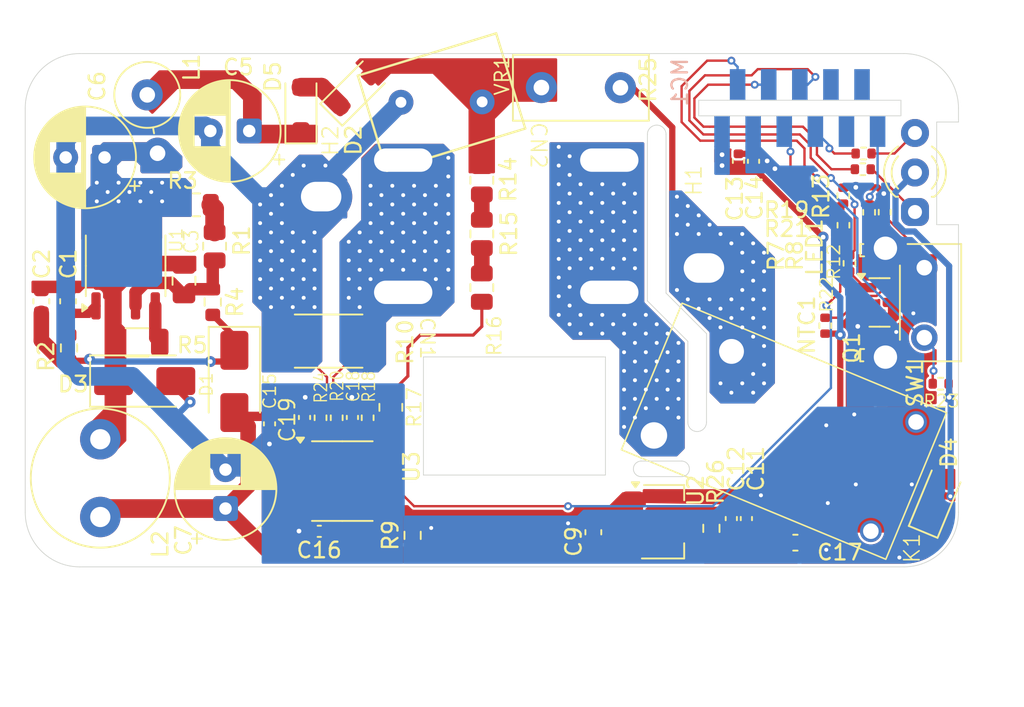
<source format=kicad_pcb>
(kicad_pcb (version 20241229) (generator "pcbnew") (generator_version "9.0")
  (title_block (date "2025-07-21"))
  (layers (0 "F.Cu" signal) (2 "B.Cu" signal) (13 "F.Paste" user) (15 "B.Paste" user) (5 "F.SilkS" user "F.Silkscreen") (7 "B.SilkS" user "B.Silkscreen") (1 "F.Mask" user) (3 "B.Mask" user) (25 "Edge.Cuts" user))
  (net 0 "")
  (net 1 "Net-(U1-FB)")
  (net 2 "Net-(D1-K)")
  (net 3 "Net-(U1-VDD)")
  (net 4 "NEUTRAL_SRC")
  (net 5 "+5V")
  (net 6 "+3V3")
  (net 7 "/current measurement/DIV_VOLTAGE")
  (net 8 "Net-(U3-V1N)")
  (net 9 "Net-(U3-V1P)")
  (net 10 "NEUTRAL_LOAD")
  (net 11 "LINE_OUT")
  (net 12 "FUSED_AC")
  (net 13 "Net-(D2-K)")
  (net 14 "LINE_IN")
  (net 15 "Net-(LED1-K2)")
  (net 16 "Net-(LED1-K1)")
  (net 17 "MEAS_SER")
  (net 18 "~{LED_RED}")
  (net 20 "POWER_EN")
  (net 22 "Net-(MC1-Pin_11)")
  (net 24 "~{LED_GREEN}")
  (net 25 "Net-(NTC1-Pad1)")
  (net 26 "Net-(Q1-B)")
  (net 27 "Net-(R1-Pad2)")
  (net 28 "Net-(U1-CS)")
  (net 29 "/current measurement/MEAS_SER_5V")
  (net 30 "Net-(R14-Pad1)")
  (net 31 "Net-(R15-Pad1)")
  (net 32 "Net-(R16-Pad1)")
  (net 35 "/power supplies/U1_GND")
  (net 36 "/power supplies/RECT_AC")
  (net 37 "Net-(D4-A)")
  (net 38 "/~{BUTTON}")
  (net 39 "/power supplies/HV_DC")
  (footprint "Capacitor_SMD:C_0402_1005Metric" (layer "F.Cu") (at 167.395 113.395 -90)
    (property "Reference" "C12")
    (property "Value" "10µF")
  )
  (footprint "Diode_SMD:D_SMA" (layer "F.Cu") (at 135.445 104.58 -90)
    (property "Reference" "D1")
    (property "Value" "M7")
  )
  (footprint "Package_SO:SO-8_3.9x4.9mm_P1.27mm" (layer "F.Cu") (at 142.385 110.985)
    (property "Reference" "U3")
    (property "Value" "CSE7759B")
  )
  (footprint "HF relays:LED_D3.0mm-3_Horiz" (layer "F.Cu") (at 179.205 93.685 90)
    (property "Reference" "LED1")
    (property "Value" "LED_Dual_RG")
  )
  (footprint "Capacitor_SMD:C_0402_1005Metric" (layer "F.Cu") (at 139.955 106.895 90)
    (property "Reference" "C19")
    (property "Value" "33nF")
  )
  (footprint "HF relays:NEMA5P_post" (layer "F.Cu") (at 165.635 97.285)
    (property "Reference" "H1")
    (property "Value" "Conn_01x01" (hide yes))
  )
  (footprint "Capacitor_SMD:C_0402_1005Metric" (layer "F.Cu") (at 140.905 114.215 180)
    (property "Reference" "C16")
    (property "Value" "33nF")
  )
  (footprint "Capacitor_THT:CP_Radial_D6.3mm_P2.50mm" (layer "F.Cu") (at 136.399759 88.475 180)
    (property "Reference" "C5")
    (property "Value" "3.3uF")
  )
  (footprint "Diode_SMD:D_SOD-123F" (layer "F.Cu") (at 143.24 85.87 45)
    (property "Reference" "D2")
    (property "Value" "A7")
  )
  (footprint "Varistor:RV_Disc_D9mm_W6.1mm_P5mm" (layer "F.Cu") (at 151.375 86.605 -163)
    (property "Reference" "VR1")
    (property "Value" "07D-418K")
  )
  (footprint "Capacitor_SMD:C_0603_1608Metric" (layer "F.Cu") (at 124.755 99.425 90)
    (property "Reference" "C1")
    (property "Value" "1µF")
  )
  (footprint "Diode_SMD:D_SOD-123F" (layer "F.Cu") (at 139.725 87.06 90)
    (property "Reference" "D5")
    (property "Value" "A7")
  )
  (footprint "Resistor_SMD:R_0603_1608Metric" (layer "F.Cu") (at 166.115 114.025 90)
    (property "Reference" "R26")
    (property "Value" "R")
  )
  (footprint "Resistor_SMD:R_0805_2012Metric" (layer "F.Cu") (at 133.015 93.225)
    (property "Reference" "R3")
    (property "Value" "1MΩ")
  )
  (footprint "Resistor_SMD:R_0402_1005Metric" (layer "F.Cu") (at 175.9 89.925)
    (property "Reference" "R19")
    (property "Value" "10kΩ")
  )
  (footprint "Capacitor_SMD:C_0402_1005Metric" (layer "F.Cu") (at 137.705 107.305 -90)
    (property "Reference" "C15")
    (property "Value" "1µF")
  )
  (footprint "Fuse:Fuse_Littelfuse_395Series" (layer "F.Cu") (at 160.265 85.695 180)
    (property "Reference" "R25")
    (property "Value" "JK250-080U")
  )
  (footprint "Capacitor_SMD:C_0402_1005Metric" (layer "F.Cu") (at 168.365 113.395 -90)
    (property "Reference" "C11")
    (property "Value" "10µF")
  )
  (footprint "HF relays:NEMA5R_blade" (layer "F.Cu") (at 146.3 94.6 -90)
    (property "Reference" "CN1")
    (property "Value" "Conn_01x01" (hide yes))
  )
  (footprint "Diode_SMD:D_SMA" (layer "F.Cu") (at 129.68 104.555)
    (property "Reference" "D3")
    (property "Value" "ES2J")
  )
  (footprint "Resistor_SMD:R_0805_2012Metric" (layer "F.Cu") (at 151.355 98.545 90)
    (property "Reference" "R16")
    (property "Value" "470kΩ")
  )
  (footprint "HF relays:NEMA5R_blade" (layer "F.Cu") (at 159.55 94.6 -90)
    (property "Reference" "CN2")
    (property "Value" "Conn_01x01" (hide yes))
  )
  (footprint "HF relays:HF_Relay_subminature_A_THT_18.4x10.2mm" (layer "F.Cu") (at 179.275 107.185 -112.5)
    (property "Reference" "K1")
    (property "Value" "HF32FV-16/5-HLTF(590)")
  )
  (footprint "HF relays:L_Axial_L9.5mm_D4.0mm_P3.81mm_Vertical" (layer "F.Cu") (at 129.845 86.155 -80)
    (property "Reference" "L1")
    (property "Value" "2.2mH")
  )
  (footprint "Resistor_SMD:R_0402_1005Metric" (layer "F.Cu") (at 177.255 93.695 -90)
    (property "Reference" "R8")
    (property "Value" "10kΩ")
  )
  (footprint "Resistor_SMD:R_0402_1005Metric" (layer "F.Cu") (at 174.995 96.985 -90)
    (property "Reference" "R22")
    (property "Value" "1K")
  )
  (footprint "Capacitor_SMD:C_0402_1005Metric" (layer "F.Cu") (at 168.825 90.425 -90)
    (property "Reference" "C14")
    (property "Value" "10µF")
  )
  (footprint "Package_TO_SOT_SMD:SOT-89-3" (layer "F.Cu") (at 163.005 113.6)
    (property "Reference" "U2")
    (property "Value" "STK17-3.3")
  )
  (footprint "Package_TO_SOT_SMD:SOT-23" (layer "F.Cu") (at 176.925 99.5)
    (property "Reference" "Q1")
    (property "Value" "MMBT3904")
  )
  (footprint "Resistor_SMD:R_0603_1608Metric" (layer "F.Cu") (at 124.815 102.425 -90)
    (property "Reference" "R2")
    (property "Value" "0Ω")
  )
  (footprint "Resistor_SMD:R_0603_1608Metric" (layer "F.Cu") (at 134.055 99.475 -90)
    (property "Reference" "R4")
    (property "Value" "R")
  )
  (footprint "Resistor_SMD:R_0402_1005Metric" (layer "F.Cu") (at 176.255 93.705 -90)
    (property "Reference" "R7")
    (property "Value" "100Ω")
  )
  (footprint "Resistor_SMD:R_0402_1005Metric" (layer "F.Cu") (at 144.015 106.915 -90)
    (property "Reference" "R18")
    (property "Value" "1kΩ")
  )
  (footprint "Package_SO:SO-8_3.9x4.9mm_P1.27mm" (layer "F.Cu") (at 128.455 97.145 90)
    (property "Reference" "U1")
    (property "Value" "OB2222M")
  )
  (footprint "Capacitor_SMD:C_0603_1608Metric" (layer "F.Cu") (at 171.515 114.945)
    (property "Reference" "C17")
    (property "Value" "10µF")
  )
  (footprint "Resistor_SMD:R_0402_1005Metric" (layer "F.Cu") (at 140.985 106.915 -90)
    (property "Reference" "R24")
    (property "Value" "1kΩ")
  )
  (footprint "Resistor_SMD:R_0402_1005Metric" (layer "F.Cu") (at 174.595 92.635 90)
    (property "Reference" "R13")
    (property "Value" "2kΩ")
  )
  (footprint "Resistor_SMD:R_0805_2012Metric" (layer "F.Cu") (at 145.505 106.245 90)
    (property "Reference" "R17")
    (property "Value" "470kΩ")
  )
  (footprint "Resistor_SMD:R_0805_2012Metric" (layer "F.Cu") (at 151.355 95.095 90)
    (property "Reference" "R15")
    (property "Value" "470kΩ")
  )
  (footprint "Resistor_SMD:R_1206_3216Metric" (layer "F.Cu") (at 129.185 102.065 180)
    (property "Reference" "R5")
    (property "Value" "500mΩ")
  )
  (footprint "Resistor_SMD:R_2512_6332Metric" (layer "F.Cu") (at 141.505 101.985)
    (property "Reference" "R10")
    (property "Value" "1mΩ")
  )
  (footprint "Capacitor_SMD:C_0603_1608Metric" (layer "F.Cu") (at 123.035 99.425 -90)
    (property "Reference" "C2")
    (property "Value" "C" (hide yes))
  )
  (footprint "Resistor_SMD:R_0603_1608Metric" (layer "F.Cu") (at 146.905 114.475 90)
    (property "Reference" "R9")
    (property "Value" "1K")
  )
  (footprint "Capacitor_THT:CP_Radial_D6.3mm_P2.50mm" (layer "F.Cu") (at 134.875 112.749759 90)
    (property "Reference" "C7")
    (property "Value" "470µF")
  )
  (footprint "Capacitor_THT:CP_Radial_D6.3mm_P2.50mm" (layer "F.Cu") (at 127.099759 90.175 180)
    (property "Reference" "C6")
    (property "Value" "3.3uF")
  )
  (footprint "Capacitor_SMD:C_0402_1005Metric" (layer "F.Cu") (at 167.855 90.425 -90)
    (property "Reference" "C13")
    (property "Value" "10µF")
  )
  (footprint "HF relays:SW_SPST_Omron_B3F-315x_Angled" (layer "F.Cu") (at 179.805 97.265 -90)
    (property "Reference" "SW1")
    (property "Value" "B3F-3120")
  )
  (footprint "Diode_SMD:D_SOD-123F" (layer "F.Cu") (at 180.575 112.21 67.5)
    (property "Reference" "D4")
    (property "Value" "BA159" (hide yes))
  )
  (footprint "Resistor_SMD:R_0402_1005Metric" (layer "F.Cu") (at 173.435 100.995 -90)
    (property "Reference" "NTC1")
    (property "Value" "10kΩ" (hide yes))
  )
  (footprint "Capacitor_SMD:C_0805_2012Metric" (layer "F.Cu") (at 132.205 98.105 90)
    (property "Reference" "C3")
    (property "Value" "4.7µF")
  )
  (footprint "Resistor_SMD:R_0805_2012Metric" (layer "F.Cu") (at 151.355 91.645 90)
    (property "Reference" "R14")
    (property "Value" "470kΩ")
  )
  (footprint "Resistor_SMD:R_0402_1005Metric" (layer "F.Cu") (at 174.605 94.535 90)
    (property "Reference" "R12")
    (property "Value" "1kΩ")
  )
  (footprint "Resistor_SMD:R_0402_1005Metric" (layer "F.Cu") (at 175.85 90.935)
    (property "Reference" "R21")
    (property "Value" "1kΩ")
  )
  (footprint "Capacitor_SMD:C_0603_1608Metric" (layer "F.Cu") (at 158.525 114.275 -90)
    (property "Reference" "C9")
    (property "Value" "10µF")
  )
  (footprint "Inductor_THT:L_Radial_D8.7mm_P5.00mm_Fastron_07HCP" (layer "F.Cu") (at 126.825 108.295 -90)
    (property "Reference" "L2")
    (property "Value" "470µH")
  )
  (footprint "Capacitor_SMD:C_0402_1005Metric" (layer "F.Cu") (at 143.035 106.895 90)
    (property "Reference" "C18")
    (property "Value" "33nF")
  )
  (footprint "Resistor_SMD:R_0805_2012Metric" (layer "F.Cu") (at 134.175 95.885 90)
    (property "Reference" "R1")
    (property "Value" "1MΩ")
  )
  (footprint "Resistor_SMD:R_0402_1005Metric" (layer "F.Cu") (at 142.025 106.915 -90)
    (property "Reference" "R20")
    (property "Value" "1kΩ")
  )
  (footprint "Resistor_SMD:R_0402_1005Metric" (layer "F.Cu") (at 180.855 104.725 180)
    (property "Reference" "R23")
    (property "Value" "1KΩ")
  )
  (footprint "HF relays:NEMA5P_post" (layer "F.Cu") (at 141.025 92.695)
    (property "Reference" "H2")
    (property "Value" "Conn_01x01" (hide yes))
  )
  (footprint "HF relays:BoardToBoardInterface_11xP1.00mm" (layer "B.Cu") (at 171.8 87 -90)
    (property "Reference" "MC1")
    (property "Value" "Conn_01x11" (hide yes))
    (fp_line (start -0.5 6.5) (end 0.5 6.5) (stroke (width 0.05)) (layer "Edge.Cuts"))
    (fp_line (start -0.5 6.5) (end -0.5 -6.5) (stroke (width 0.05)) (layer "Edge.Cuts"))
    (fp_line (start 0.5 6.5) (end 0.5 -6.5) (stroke (width 0.05)) (layer "Edge.Cuts"))
    (fp_line (start -0.5 -6.5) (end 0.5 -6.5) (stroke (width 0.05)) (layer "Edge.Cuts"))
  )
  (gr_arc (start 161.6 110.7) (mid 161.1 110.2) (end 161.6 109.7) (stroke (width 0.05)) (layer "Edge.Cuts"))
  (gr_arc (start 178.5 83.5) (mid 180.974874 84.525126) (end 182 87) (stroke (width 0.05)) (layer "Edge.Cuts"))
  (gr_line (start 163.2 88.7) (end 163.2 98.9) (stroke (width 0.05)) (layer "Edge.Cuts"))
  (gr_line (start 164.6 102) (end 164.6 107.2) (stroke (width 0.05)) (layer "Edge.Cuts"))
  (gr_line (start 159.3 110.6) (end 147.6 110.6) (stroke (width 0.05)) (layer "Edge.Cuts"))
  (gr_line (start 182 94.5) (end 182 113) (stroke (width 0.05)) (layer "Edge.Cuts"))
  (gr_line (start 180.6 87.9) (end 180.6 94.5) (stroke (width 0.05)) (layer "Edge.Cuts"))
  (gr_line (start 163.2 98.9) (end 165.8 101.5) (stroke (width 0.05)) (layer "Edge.Cuts"))
  (gr_arc (start 165.8 107.2) (mid 165.2 107.8) (end 164.6 107.2) (stroke (width 0.05)) (layer "Edge.Cuts"))
  (gr_line (start 159.3 103) (end 159.3 110.6) (stroke (width 0.05)) (layer "Edge.Cuts"))
  (gr_line (start 165.8 101.5) (end 165.8 107.2) (stroke (width 0.05)) (layer "Edge.Cuts"))
  (gr_line (start 161.6 109.7) (end 164.2 109.7) (stroke (width 0.05)) (layer "Edge.Cuts"))
  (gr_arc (start 182 113) (mid 180.974874 115.474874) (end 178.5 116.5) (stroke (width 0.05)) (layer "Edge.Cuts"))
  (gr_line (start 182 87) (end 182 87.9) (stroke (width 0.05)) (layer "Edge.Cuts"))
  (gr_line (start 180.6 94.5) (end 182 94.5) (stroke (width 0.05)) (layer "Edge.Cuts"))
  (gr_arc (start 164.2 109.7) (mid 164.7 110.2) (end 164.2 110.7) (stroke (width 0.05)) (layer "Edge.Cuts"))
  (gr_arc (start 125.5 116.5) (mid 123.025126 115.474874) (end 122 113) (stroke (width 0.05)) (layer "Edge.Cuts"))
  (gr_line (start 161.6 110.7) (end 164.2 110.7) (stroke (width 0.05)) (layer "Edge.Cuts"))
  (gr_line (start 162 99.4) (end 164.6 102) (stroke (width 0.05)) (layer "Edge.Cuts"))
  (gr_arc (start 122 87) (mid 123.025126 84.525126) (end 125.5 83.5) (stroke (width 0.05)) (layer "Edge.Cuts"))
  (gr_line (start 125.5 83.5) (end 178.5 83.5) (stroke (width 0.05)) (layer "Edge.Cuts"))
  (gr_line (start 162 88.7) (end 162 99.4) (stroke (width 0.05)) (layer "Edge.Cuts"))
  (gr_line (start 147.6 110.6) (end 147.6 103) (stroke (width 0.05)) (layer "Edge.Cuts"))
  (gr_arc (start 162 88.7) (mid 162.6 88.1) (end 163.2 88.7) (stroke (width 0.05)) (layer "Edge.Cuts"))
  (gr_line (start 147.6 103) (end 159.3 103) (stroke (width 0.05)) (layer "Edge.Cuts"))
  (gr_line (start 182 87.9) (end 180.6 87.9) (stroke (width 0.05)) (layer "Edge.Cuts"))
  (gr_line (start 178.5 116.5) (end 125.5 116.5) (stroke (width 0.05)) (layer "Edge.Cuts"))
  (gr_line (start 122 113) (end 122 87) (stroke (width 0.05)) (layer "Edge.Cuts"))
  (segment (start 126.07 100.2) (end 124.755 100.2) (width 0.6) (layer "F.Cu") (net 1))
  (segment (start 124.755 100.2) (end 124.755 101.54) (width 0.6) (layer "F.Cu") (net 1))
  (segment (start 124.755 101.54) (end 124.815 101.6) (width 0.6) (layer "F.Cu") (net 1))
  (segment (start 126.55 99.72) (end 126.07 100.2) (width 0.6) (layer "F.Cu") (net 1))
  (segment (start 134.725 103.3) (end 135.445 102.58) (width 0.4) (layer "F.Cu") (net 2))
  (segment (start 123.035 101.945) (end 124.34 103.25) (width 1) (layer "F.Cu") (net 2))
  (segment (start 135.445 101.69) (end 135.445 102.58) (width 0.4) (layer "F.Cu") (net 2))
  (segment (start 124.34 103.25) (end 124.815 103.25) (width 1) (layer "F.Cu") (net 2))
  (segment (start 126.029515 103.25) (end 126.129515 103.15) (width 0.4) (layer "F.Cu") (net 2))
  (segment (start 123.035 100.2) (end 123.035 101.945) (width 1) (layer "F.Cu") (net 2))
  (segment (start 133.9 103.3) (end 134.725 103.3) (width 0.4) (layer "F.Cu") (net 2))
  (segment (start 124.815 103.25) (end 126.029515 103.25) (width 0.4) (layer "F.Cu") (net 2))
  (segment (start 134.055 100.3) (end 135.445 101.69) (width 0.4) (layer "F.Cu") (net 2))
  (via (at 133.9 103.3) (size 0.7) (drill 0.3) (layers "F.Cu" "B.Cu") (net 2))
  (via (at 126.129515 103.15) (size 0.7) (drill 0.3) (layers "F.Cu" "B.Cu") (net 2))
  (segment (start 126.129515 103.170485) (end 126.129515 103.15) (width 0.4) (layer "B.Cu") (net 2))
  (segment (start 126.25903 103.3) (end 126.129515 103.170485) (width 0.4) (layer "B.Cu") (net 2))
  (segment (start 133.9 103.3) (end 126.25903 103.3) (width 0.4) (layer "B.Cu") (net 2))
  (segment (start 131.394 98.244) (end 132.205 99.055) (width 0.8) (layer "F.Cu") (net 3))
  (segment (start 129.09 98.845001) (end 129.691001 98.244) (width 0.8) (layer "F.Cu") (net 3))
  (segment (start 132.205 99.055) (end 132.61 98.65) (width 0.8) (layer "F.Cu") (net 3))
  (segment (start 134.055 96.9175) (end 134.175 96.7975) (width 0.8) (layer "F.Cu") (net 3))
  (segment (start 132.61 98.65) (end 134.055 98.65) (width 0.8) (layer "F.Cu") (net 3))
  (segment (start 129.691001 98.244) (end 131.394 98.244) (width 0.8) (layer "F.Cu") (net 3))
  (segment (start 129.09 99.72) (end 129.09 98.845001) (width 0.8) (layer "F.Cu") (net 3))
  (segment (start 134.055 98.65) (end 134.055 96.9175) (width 0.8) (layer "F.Cu") (net 3))
  (segment (start 169.7 90.4) (end 170.2 90.9) (width 0.4) (layer "F.Cu") (net 4))
  (segment (start 139.085 101.985) (end 138.5425 101.985) (width 0.1524) (layer "F.Cu") (net 4))
  (segment (start 177.2 93.13) (end 177.255 93.185) (width 0.4) (layer "F.Cu") (net 4))
  (segment (start 139.955 106.415) (end 140.975 106.415) (width 0.4) (layer "F.Cu") (net 4))
  (segment (start 140 105.6) (end 140 106.37) (width 0.4) (layer "F.Cu") (net 4))
  (segment (start 175.375 92.125) (end 175.4 92.1) (width 0.4) (layer "F.Cu") (net 4))
  (segment (start 141.4 105.99) (end 141.4 104.3) (width 0.1524) (layer "F.Cu") (net 4))
  (segment (start 177.2 92.5) (end 177.2 93.13) (width 0.4) (layer "F.Cu") (net 4))
  (segment (start 143.045 106.405) (end 143.035 106.415) (width 0.4) (layer "F.Cu") (net 4))
  (segment (start 140.975 106.415) (end 140.985 106.405) (width 0.4) (layer "F.Cu") (net 4))
  (segment (start 137.7 107.79) (end 137.705 107.785) (width 0.4) (layer "F.Cu") (net 4))
  (segment (start 168.825 89.945) (end 169.245 89.945) (width 0.4) (layer "F.Cu") (net 4))
  (segment (start 131.68 104.98) (end 132.6 105.9) (width 0.4) (layer "F.Cu") (net 4))
  (segment (start 131.68 104.555) (end 131.68 104.98) (width 0.4) (layer "F.Cu") (net 4))
  (segment (start 174.595 92.125) (end 175.375 92.125) (width 0.4) (layer "F.Cu") (net 4))
  (segment (start 176.8 92.1) (end 177.2 92.5) (width 0.4) (layer "F.Cu") (net 4))
  (segment (start 140.985 106.405) (end 141.4 105.99) (width 0.1524) (layer "F.Cu") (net 4))
  (segment (start 175.4 92.1) (end 176.8 92.1) (width 0.4) (layer "F.Cu") (net 4))
  (segment (start 143 105.6) (end 143 106.38) (width 0.4) (layer "F.Cu") (net 4))
  (segment (start 139.615 114.215) (end 139.6 114.2) (width 0.4) (layer "F.Cu") (net 4))
  (segment (start 140 106.37) (end 139.955 106.415) (width 0.4) (layer "F.Cu") (net 4))
  (segment (start 169.245 89.945) (end 169.7 90.4) (width 0.4) (layer "F.Cu") (net 4))
  (segment (start 144.015 106.405) (end 143.045 106.405) (width 0.4) (layer "F.Cu") (net 4))
  (segment (start 141.4 104.3) (end 139.085 101.985) (width 0.1524) (layer "F.Cu") (net 4))
  (segment (start 143 106.38) (end 143.035 106.415) (width 0.4) (layer "F.Cu") (net 4))
  (segment (start 167.855 89.945) (end 168.825 89.945) (width 0.4) (layer "F.Cu") (net 4))
  (via (at 175.4 111.2) (size 0.508) (drill 0.254) (layers "F.Cu" "B.Cu") (net 4))
  (via (at 178.2 115.9) (size 0.508) (drill 0.254) (layers "F.Cu" "B.Cu") (net 4))
  (via (at 137.8 96.2) (size 0.508) (drill 0.254) (layers "F.Cu" "B.Cu") (net 4))
  (via (at 173.5 107.4) (size 0.508) (drill 0.254) (layers "F.Cu" "B.Cu") (net 4))
  (via (at 139.6 114.2) (size 0.7) (drill 0.3) (layers "F.Cu" "B.Cu") (net 4))
  (via (at 137.8 95) (size 0.508) (drill 0.254) (layers "F.Cu" "B.Cu") (net 4))
  (via (at 137.8 97.4) (size 0.508) (drill 0.254) (layers "F.Cu" "B.Cu") (net 4))
  (via (at 138.5 98) (size 0.508) (drill 0.254) (layers "F.Cu" "B.Cu") (net 4))
  (via (at 139.2 98.6) (size 0.508) (drill 0.254) (layers "F.Cu" "B.Cu") (net 4))
  (via (at 139.2 96.2) (size 0.508) (drill 0.254) (layers "F.Cu" "B.Cu") (net 4))
  (via (at 170.2 90.9) (size 0.7) (drill 0.3) (layers "F.Cu" "B.Cu") (net 4))
  (via (at 137.1 93.2) (size 0.508) (drill 0.254) (layers "F.Cu" "B.Cu") (net 4))
  (via (at 177.2 92.5) (size 0.7) (drill 0.3) (layers "F.Cu" "B.Cu") (net 4))
  (via (at 140.6 98.6) (size 0.508) (drill 0.254) (layers "F.Cu" "B.Cu") (net 4))
  (via (at 173.5 115.4) (size 0.508) (drill 0.254) (layers "F.Cu" "B.Cu") (net 4))
  (via (at 132.6 105.9) (size 0.7) (drill 0.3) (layers "F.Cu" "B.Cu") (net 4))
  (via (at 141.3 90.7) (size 0.508) (drill 0.254) (layers "F.Cu" "B.Cu") (net 4))
  (via (at 143 105.6) (size 0.7) (drill 0.3) (layers "F.Cu" "B.Cu") (net 4))
  (via (at 137.8 99.8) (size 0.508) (drill 0.254) (layers "F.Cu" "B.Cu") (net 4))
  (via (at 139.9 90.7) (size 0.508) (drill 0.254) (layers "F.Cu" "B.Cu") (net 4))
  (via (at 140.6 96.2) (size 0.508) (drill 0.254) (layers "F.Cu" "B.Cu") (net 4))
  (via (at 140.6 95) (size 0.508) (drill 0.254) (layers "F.Cu" "B.Cu") (net 4))
  (via (at 178 101.4) (size 0.508) (drill 0.254) (layers "F.Cu" "B.Cu") (net 4))
  (via (at 137.1 98) (size 0.508) (drill 0.254) (layers "F.Cu" "B.Cu") (net 4))
  (via (at 175.3 106.7) (size 0.508) (drill 0.254) (layers "F.Cu" "B.Cu") (net 4))
  (via (at 137.1 95.6) (size 0.508) (drill 0.254) (layers "F.Cu" "B.Cu") (net 4))
  (via (at 148.1 114) (size 0.508) (drill 0.254) (layers "F.Cu" "B.Cu") (net 4))
  (via (at 139.2 95) (size 0.508) (drill 0.254) (layers "F.Cu" "B.Cu") (net 4))
  (via (at 139.2 97.4) (size 0.508) (drill 0.254) (layers "F.Cu" "B.Cu") (net 4))
  (via (at 140.6 99.8) (size 0.508) (drill 0.254) (layers "F.Cu" "B.Cu") (net 4))
  (via (at 138.5 94.4) (size 0.508) (drill 0.254) (layers "F.Cu" "B.Cu") (net 4))
  (via (at 137.1 99.2) (size 0.508) (drill 0.254) (layers "F.Cu" "B.Cu") (net 4))
  (via (at 175.4 92.1) (size 0.7) (drill 0.3) (layers "F.Cu" "B.Cu") (net 4))
  (via (at 173.6 112.4) (size 0.508) (drill 0.254) (layers "F.Cu" "B.Cu") (net 4))
  (via (at 138.5 96.8) (size 0.508) (drill 0.254) (layers "F.Cu" "B.Cu") (net 4))
  (via (at 156.9 113.7) (size 0.508) (drill 0.254) (layers "F.Cu" "B.Cu") (net 4))
  (via (at 139.9 96.8) (size 0.508) (drill 0.254) (layers "F.Cu" "B.Cu") (net 4))
  (via (at 169.7 90.4) (size 0.7) (drill 0.3) (layers "F.Cu" "B.Cu") (net 4))
  (via (at 137.7 108.6) (size 0.7) (drill 0.3) (layers "F.Cu" "B.Cu") (net 4))
  (via (at 139.9 99.2) (size 0.508) (drill 0.254) (layers "F.Cu" "B.Cu") (net 4))
  (via (at 140.6 97.4) (size 0.508) (drill 0.254) (layers "F.Cu" "B.Cu") (net 4))
  (via (at 139.2 99.8) (size 0.508) (drill 0.254) (layers "F.Cu" "B.Cu") (net 4))
  (via (at 138.5 92) (size 0.508) (drill 0.254) (layers "F.Cu" "B.Cu") (net 4))
  (via (at 137.1 94.4) (size 0.508) (drill 0.254) (layers "F.Cu" "B.Cu") (net 4))
  (via (at 139.2 91.3) (size 0.508) (drill 0.254) (layers "F.Cu" "B.Cu") (net 4))
  (via (at 138.5 95.6) (size 0.508) (drill 0.254) (layers "F.Cu" "B.Cu") (net 4))
  (via (at 137.8 93.8) (size 0.508) (drill 0.254) (layers "F.Cu" "B.Cu") (net 4))
  (via (at 179.1 100.2) (size 0.508) (drill 0.254) (layers "F.Cu" "B.Cu") (net 4))
  (via (at 138.5 99.2) (size 0.508) (drill 0.254) (layers "F.Cu" "B.Cu") (net 4))
  (via (at 169.3 111.9) (size 0.508) (drill 0.254) (layers "F.Cu" "B.Cu") (net 4))
  (via (at 175.525757 101.038372) (size 0.7) (drill 0.3) (layers "F.Cu" "B.Cu") (net 4))
  (via (at 137.8 98.6) (size 0.508) (drill 0.254) (layers "F.Cu" "B.Cu") (net 4))
  (via (at 179 111.2) (size 0.508) (drill 0.254) (layers "F.Cu" "B.Cu") (net 4))
  (via (at 139.9 98) (size 0.508) (drill 0.254) (layers "F.Cu" "B.Cu") (net 4))
  (via (at 140 105.6) (size 0.7) (drill 0.3) (layers "F.Cu" "B.Cu") (net 4))
  (via (at 137.8 92.6) (size 0.508) (drill 0.254) (layers "F.Cu" "B.Cu") (net 4))
  (via (at 137.1 96.8) (size 0.508) (drill 0.254) (layers "F.Cu" "B.Cu") (net 4))
  (via (at 138.5 93.2) (size 0.508) (drill 0.254) (layers "F.Cu" "B.Cu") (net 4))
  (via (at 139.9 95.6) (size 0.508) (drill 0.254) (layers "F.Cu" "B.Cu") (net 4))
  (segment (start 131.61262 106.98738) (end 134.875 110.249759) (width 1.2) (layer "B.Cu") (net 4))
  (segment (start 136.988389 92.695) (end 141.025 92.695) (width 1.2) (layer "B.Cu") (net 4))
  (segment (start 125.5108 104.2524) (end 128.877641 104.2524) (width 1.2) (layer "B.Cu") (net 4))
  (segment (start 141.025 92.695) (end 141.025 91.76232) (width 1.2) (layer "B.Cu") (net 4))
  (segment (start 133.899759 89.60637) (end 136.988389 92.695) (width 1.2) (layer "B.Cu") (net 4))
  (segment (start 124.599759 89.04363) (end 125.489671 88.153718) (width 1.2) (layer "B.Cu") (net 4))
  (segment (start 132.6 105.9) (end 131.61262 106.88738) (width 0.4) (layer "B.Cu") (net 4))
  (segment (start 124.599759 90.175) (end 124.599759 103.341359) (width 1.2) (layer "B.Cu") (net 4))
  (segment (start 124.599759 103.341359) (end 125.5108 104.2524) (width 1.2) (layer "B.Cu") (net 4))
  (segment (start 128.877641 104.2524) (end 131.61262 106.98738) (width 1.2) (layer "B.Cu") (net 4))
  (segment (start 125.489671 88.153718) (end 133.578477 88.153718) (width 1.2) (layer "B.Cu") (net 4))
  (segment (start 133.899759 88.475) (end 133.899759 89.60637) (width 1.2) (layer "B.Cu") (net 4))
  (segment (start 141.025 91.76232) (end 146.154919 86.632401) (width 1.2) (layer "B.Cu") (net 4))
  (segment (start 124.599759 90.175) (end 124.599759 89.04363) (width 1.2) (layer "B.Cu") (net 4))
  (segment (start 131.61262 106.88738) (end 131.61262 106.98738) (width 0.4) (layer "B.Cu") (net 4))
  (segment (start 133.578477 88.153718) (end 133.899759 88.475) (width 1.2) (layer "B.Cu") (net 4))
  (segment (start 170.645 114.85) (end 170.74 114.945) (width 0.4) (layer "F.Cu") (net 5))
  (segment (start 136.3284 111.296359) (end 136.3284 107.4634) (width 1) (layer "F.Cu") (net 5))
  (segment (start 139.81 108.736924) (end 137.898076 106.825) (width 0.6) (layer "F.Cu") (net 5))
  (segment (start 146.905 115.3) (end 146.4742 115.7308) (width 1) (layer "F.Cu") (net 5))
  (segment (start 166.115 114.85) (end 165.8401 115.1249) (width 1) (layer "F.Cu") (net 5))
  (segment (start 137.856041 115.7308) (end 134.875 112.749759) (width 1) (layer "F.Cu") (net 5))
  (segment (start 139.81 109.08) (end 139.81 108.736924) (width 0.6) (layer "F.Cu") (net 5))
  (segment (start 158.525 115.05) (end 158.275 115.3) (width 1) (layer "F.Cu") (net 5))
  (segment (start 158.275 115.3) (end 146.905 115.3) (width 1) (layer "F.Cu") (net 5))
  (segment (start 134.875 112.749759) (end 136.3284 111.296359) (width 1) (layer "F.Cu") (net 5))
  (segment (start 161.055 115.1) (end 158.575 115.1) (width 1) (layer "F.Cu") (net 5))
  (segment (start 137.898076 106.825) (end 137.705 106.825) (width 0.6) (layer "F.Cu") (net 5))
  (segment (start 146.4742 115.7308) (end 137.856041 115.7308) (width 1) (layer "F.Cu") (net 5))
  (segment (start 136.3284 107.4634) (end 135.445 106.58) (width 1) (layer "F.Cu") (net 5))
  (segment (start 135.69 106.825) (end 135.445 106.58) (width 0.6) (layer "F.Cu") (net 5))
  (segment (start 137.705 106.825) (end 135.69 106.825) (width 0.6) (layer "F.Cu") (net 5))
  (segment (start 127.370241 112.749759) (end 126.825 113.295) (width 1.2) (layer "F.Cu") (net 5))
  (segment (start 134.875 112.749759) (end 127.370241 112.749759) (width 1.2) (layer "F.Cu") (net 5))
  (segment (start 165.8401 115.1249) (end 161.055 115.1249) (width 1) (layer "F.Cu") (net 5))
  (segment (start 158.575 115.1) (end 158.525 115.05) (width 1) (layer "F.Cu") (net 5))
  (segment (start 181.511024 105.711024) (end 181.4 105.6) (width 0.4) (layer "F.Cu") (net 6))
  (segment (start 174.326398 101.505) (end 174.399999 101.578601) (width 0.4) (layer "F.Cu") (net 6))
  (segment (start 173.435 101.505) (end 174.326398 101.505) (width 0.4) (layer "F.Cu") (net 6))
  (segment (start 181.4 105.6) (end 181.4 104.76) (width 0.4) (layer "F.Cu") (net 6))
  (segment (start 168.825 90.905) (end 168.905 90.905) (width 0.4) (layer "F.Cu") (net 6))
  (segment (start 181.479206 111.96453) (end 181.443736 112) (width 0.4) (layer "F.Cu") (net 6))
  (segment (start 181.4 104.76) (end 181.365 104.725) (width 0.4) (layer "F.Cu") (net 6))
  (segment (start 168.905 90.905) (end 173.3 95.3) (width 0.4) (layer "F.Cu") (net 6))
  (segment (start 181.479206 111.96453) (end 174.46453 111.96453) (width 0.4) (layer "F.Cu") (net 6))
  (segment (start 174.46453 111.96453) (end 174.4 111.9) (width 0.4) (layer "F.Cu") (net 6))
  (segment (start 174.4 111.9) (end 174.399999 101.578601) (width 0.4) (layer "F.Cu") (net 6))
  (via (at 166.8 90.7) (size 0.7) (drill 0.3) (layers "F.Cu" "B.Cu") (net 6))
  (via (at 174.399999 101.578601) (size 0.7) (drill 0.3) (layers "F.Cu" "B.Cu") (net 6))
  (via (at 173.3 95.3) (size 0.7) (drill 0.3) (layers "F.Cu" "B.Cu") (net 6))
  (via (at 181.479206 111.96453) (size 0.508) (drill 0.254) (layers "F.Cu" "B.Cu") (net 6))
  (via (at 166.8 90) (size 0.7) (drill 0.3) (layers "F.Cu" "B.Cu") (net 6))
  (via (at 181.4 105.6) (size 0.7) (drill 0.3) (layers "F.Cu" "B.Cu") (net 6))
  (segment (start 178.502766 94.9384) (end 177.9516 94.387234) (width 0.4) (layer "B.Cu") (net 6))
  (segment (start 181.4 97.158135) (end 179.180265 94.9384) (width 0.4) (layer "B.Cu") (net 6))
  (segment (start 181.4 105.6) (end 181.5 105.7) (width 0.4) (layer "B.Cu") (net 6))
  (segment (start 174.4 99.2) (end 173.3 98.1) (width 0.4) (layer "B.Cu") (net 6))
  (segment (start 181.5 105.7) (end 181.5 111.943736) (width 0.4) (layer "B.Cu") (net 6))
  (segment (start 174.399999 99.200001) (end 174.4 99.2) (width 0.4) (layer "B.Cu") (net 6))
  (segment (start 173.3 98.1) (end 173.3 95.3) (width 0.4) (layer "B.Cu") (net 6))
  (segment (start 177.9516 94.387234) (end 177.9516 92.3984) (width 0.4) (layer "B.Cu") (net 6))
  (segment (start 181.4 105.6) (end 181.4 97.158135) (width 0.4) (layer "B.Cu") (net 6))
  (segment (start 177.9516 92.3984) (end 179.205 91.145) (width 0.4) (layer "B.Cu") (net 6))
  (segment (start 174.399999 101.578601) (end 174.399999 99.200001) (width 0.4) (layer "B.Cu") (net 6))
  (segment (start 181.5 111.943736) (end 181.479206 111.96453) (width 0.4) (layer "B.Cu") (net 6))
  (segment (start 179.180265 94.9384) (end 178.502766 94.9384) (width 0.4) (layer "B.Cu") (net 6))
  (segment (start 144.015 107.425) (end 143.7 107.74) (width 0.1524) (layer "F.Cu") (net 7))
  (segment (start 141.385 114.215) (end 140.06 112.89) (width 0.1524) (layer "F.Cu") (net 7))
  (segment (start 144.015 107.425) (end 145.2375 107.425) (width 0.1524) (layer "F.Cu") (net 7))
  (segment (start 140.06 112.89) (end 139.81 112.89) (width 0.1524) (layer "F.Cu") (net 7))
  (segment (start 142.285 114.215) (end 141.385 114.215) (width 0.1524) (layer "F.Cu") (net 7))
  (segment (start 143.7 112.8) (end 142.285 114.215) (width 0.1524) (layer "F.Cu") (net 7))
  (segment (start 143.7 107.74) (end 143.7 112.8) (width 0.1524) (layer "F.Cu") (net 7))
  (segment (start 145.2375 107.425) (end 145.505 107.1575) (width 0.1524) (layer "F.Cu") (net 7))
  (segment (start 140.684999 111.62) (end 139.81 111.62) (width 0.1524) (layer "F.Cu") (net 8))
  (segment (start 141.7 110.604999) (end 140.684999 111.62) (width 0.1524) (layer "F.Cu") (net 8))
  (segment (start 142.025 107.425) (end 142.985 107.425) (width 0.1524) (layer "F.Cu") (net 8))
  (segment (start 141.7 107.75) (end 141.7 110.604999) (width 0.1524) (layer "F.Cu") (net 8))
  (segment (start 142.025 107.425) (end 141.7 107.75) (width 0.1524) (layer "F.Cu") (net 8))
  (segment (start 142.985 107.425) (end 143.035 107.375) (width 0.1524) (layer "F.Cu") (net 8))
  (segment (start 141.018949 110.649999) (end 140.949999 110.649999) (width 0.1524) (layer "F.Cu") (net 9))
  (segment (start 141.3 107.74) (end 141.3 110.368948) (width 0.1524) (layer "F.Cu") (net 9))
  (segment (start 139.955 107.375) (end 140.935 107.375) (width 0.1524) (layer "F.Cu") (net 9))
  (segment (start 140.985 107.425) (end 141.3 107.74) (width 0.1524) (layer "F.Cu") (net 9))
  (segment (start 140.949999 110.649999) (end 140.65 110.35) (width 0.1524) (layer "F.Cu") (net 9))
  (segment (start 140.65 110.35) (end 139.81 110.35) (width 0.1524) (layer "F.Cu") (net 9))
  (segment (start 141.3 110.368948) (end 141.018949 110.649999) (width 0.1524) (layer "F.Cu") (net 9))
  (segment (start 140.935 107.375) (end 140.985 107.425) (width 0.1524) (layer "F.Cu") (net 9))
  (segment (start 141.8 106.18) (end 141.8 104.3) (width 0.1524) (layer "F.Cu") (net 10))
  (segment (start 142.025 106.405) (end 141.8 106.18) (width 0.1524) (layer "F.Cu") (net 10))
  (segment (start 144.115 101.985) (end 144.4675 101.985) (width 0.1524) (layer "F.Cu") (net 10))
  (segment (start 141.8 104.3) (end 144.115 101.985) (width 0.1524) (layer "F.Cu") (net 10))
  (via (at 148.4 94.4) (size 0.508) (drill 0.254) (layers "F.Cu" "B.Cu") (net 10))
  (via (at 146.3 93.8) (size 0.508) (drill 0.254) (layers "F.Cu" "B.Cu") (net 10))
  (via (at 147 95.6) (size 0.508) (drill 0.254) (layers "F.Cu" "B.Cu") (net 10))
  (via (at 149.2 93.8) (size 0.508) (drill 0.254) (layers "F.Cu" "B.Cu") (net 10))
  (via (at 144.2 98) (size 0.508) (drill 0.254) (layers "F.Cu" "B.Cu") (net 10))
  (via (at 147.7 96.2) (size 0.508) (drill 0.254) (layers "F.Cu" "B.Cu") (net 10))
  (via (at 142.8 96.8) (size 0.508) (drill 0.254) (layers "F.Cu" "B.Cu") (net 10))
  (via (at 143.5 98.6) (size 0.508) (drill 0.254) (layers "F.Cu" "B.Cu") (net 10))
  (via (at 145.6 92) (size 0.508) (drill 0.254) (layers "F.Cu" "B.Cu") (net 10))
  (via (at 142.8 98) (size 0.508) (drill 0.254) (layers "F.Cu" "B.Cu") (net 10))
  (via (at 149.2 97.4) (size 0.508) (drill 0.254) (layers "F.Cu" "B.Cu") (net 10))
  (via (at 149.2 98.6) (size 0.508) (drill 0.254) (layers "F.Cu" "B.Cu") (net 10))
  (via (at 145.6 95.6) (size 0.508) (drill 0.254) (layers "F.Cu" "B.Cu") (net 10))
  (via (at 147.7 95) (size 0.508) (drill 0.254) (layers "F.Cu" "B.Cu") (net 10))
  (via (at 144.2 96.8) (size 0.508) (drill 0.254) (layers "F.Cu" "B.Cu") (net 10))
  (via (at 147.7 93.8) (size 0.508) (drill 0.254) (layers "F.Cu" "B.Cu") (net 10))
  (via (at 144.2 92) (size 0.508) (drill 0.254) (layers "F.Cu" "B.Cu") (net 10))
  (via (at 142.8 95.6) (size 0.508) (drill 0.254) (layers "F.Cu" "B.Cu") (net 10))
  (via (at 144.9 93.8) (size 0.508) (drill 0.254) (layers "F.Cu" "B.Cu") (net 10))
  (via (at 149.2 96.2) (size 0.508) (drill 0.254) (layers "F.Cu" "B.Cu") (net 10))
  (via (at 143.5 96.2) (size 0.508) (drill 0.254) (layers "F.Cu" "B.Cu") (net 10))
  (via (at 144.9 92.6) (size 0.508) (drill 0.254) (layers "F.Cu" "B.Cu") (net 10))
  (via (at 146.3 97.4) (size 0.508) (drill 0.254) (layers "F.Cu" "B.Cu") (net 10))
  (via (at 145.6 93.2) (size 0.508) (drill 0.254) (layers "F.Cu" "B.Cu") (net 10))
  (via (at 149.2 90.2) (size 0.508) (drill 0.254) (layers "F.Cu" "B.Cu") (net 10))
  (via (at 146.3 92.6) (size 0.508) (drill 0.254) (layers "F.Cu" "B.Cu") (net 10))
  (via (at 144.2 95.6) (size 0.508) (drill 0.254) (layers "F.Cu" "B.Cu") (net 10))
  (via (at 147.7 92.6) (size 0.508) (drill 0.254) (layers "F.Cu" "B.Cu") (net 10))
  (via (at 147 93.2) (size 0.508) (drill 0.254) (layers "F.Cu" "B.Cu") (net 10))
  (via (at 147 92) (size 0.508) (drill 0.254) (layers "F.Cu" "B.Cu") (net 10))
  (via (at 147 96.8) (size 0.508) (drill 0.254) (layers "F.Cu" "B.Cu") (net 10))
  (via (at 144.2 94.4) (size 0.508) (drill 0.254) (layers "F.Cu" "B.Cu") (net 10))
  (via (at 144.9 97.4) (size 0.508) (drill 0.254) (layers "F.Cu" "B.Cu") (net 10))
  (via (at 144.9 95) (size 0.508) (drill 0.254) (layers "F.Cu" "B.Cu") (net 10))
  (via (at 146.3 95) (size 0.508) (drill 0.254) (layers "F.Cu" "B.Cu") (net 10))
  (via (at 144.9 96.2) (size 0.508) (drill 0.254) (layers "F.Cu" "B.Cu") (net 10))
  (via (at 149.2 95) (size 0.508) (drill 0.254) (layers "F.Cu" "B.Cu") (net 10))
  (via (at 147 94.4) (size 0.508) (drill 0.254) (layers "F.Cu" "B.Cu") (net 10))
  (via (at 149.2 91.4) (size 0.508) (drill 0.254) (layers "F.Cu" "B.Cu") (net 10))
  (via (at 149.2 92.6) (size 0.508) (drill 0.254) (layers "F.Cu" "B.Cu") (net 10))
  (via (at 143.5 99.8) (size 0.508) (drill 0.254) (layers "F.Cu" "B.Cu") (net 10))
  (via (at 148.4 98) (size 0.508) (drill 0.254) (layers "F.Cu" "B.Cu") (net 10))
  (via (at 148.4 96.8) (size 0.508) (drill 0.254) (layers "F.Cu" "B.Cu") (net 10))
  (via (at 148.4 93.2) (size 0.508) (drill 0.254) (layers "F.Cu" "B.Cu") (net 10))
  (via (at 142.8 99.2) (size 0.508) (drill 0.254) (layers "F.Cu" "B.Cu") (net 10))
  (via (at 148.4 95.6) (size 0.508) (drill 0.254) (layers "F.Cu" "B.Cu") (net 10))
  (via (at 143.5 95) (size 0.508) (drill 0.254) (layers "F.Cu" "B.Cu") (net 10))
  (via (at 146.3 96.2) (size 0.508) (drill 0.254) (layers "F.Cu" "B.Cu") (net 10))
  (via (at 148.4 92) (size 0.508) (drill 0.254) (layers "F.Cu" "B.Cu") (net 10))
  (via (at 144.2 93.2) (size 0.508) (drill 0.254) (layers "F.Cu" "B.Cu") (net 10))
  (via (at 145.6 96.8) (size 0.508) (drill 0.254) (layers "F.Cu" "B.Cu") (net 10))
  (via (at 147.7 97.4) (size 0.508) (drill 0.254) (layers "F.Cu" "B.Cu") (net 10))
  (via (at 143.5 97.4) (size 0.508) (drill 0.254) (layers "F.Cu" "B.Cu") (net 10))
  (via (at 145.6 94.4) (size 0.508) (drill 0.254) (layers "F.Cu" "B.Cu") (net 10))
  (via (at 157.7 93.1) (size 0.508) (drill 0.254) (layers "F.Cu" "B.Cu") (net 11))
  (via (at 160.5 93.1) (size 0.508) (drill 0.254) (layers "F.Cu" "B.Cu") (net 11))
  (via (at 164 105.7) (size 0.508) (drill 0.254) (layers "F.Cu" "B.Cu") (net 11))
  (via (at 157 93.7) (size 0.508) (drill 0.254) (layers "F.Cu" "B.Cu") (net 11))
  (via (at 161.2 104.5) (size 0.508) (drill 0.254) (layers "F.Cu" "B.Cu") (net 11))
  (via (at 162.6 103.3) (size 0.508) (drill 0.254) (layers "F.Cu" "B.Cu") (net 11))
  (via (at 157 91.3) (size 0.508) (drill 0.254) (layers "F.Cu" "B.Cu") (net 11))
  (via (at 157 100.9) (size 0.508) (drill 0.254) (layers "F.Cu" "B.Cu") (net 11))
  (via (at 159.8 94.9) (size 0.508) (drill 0.254) (layers "F.Cu" "B.Cu") (net 11))
  (via (at 162.6 102.1) (size 0.508) (drill 0.254) (layers "F.Cu" "B.Cu") (net 11))
  (via (at 160.5 105.1) (size 0.508) (drill 0.254) (layers "F.Cu" "B.Cu") (net 11))
  (via (at 159.8 97.3) (size 0.508) (drill 0.254) (layers "F.Cu" "B.Cu") (net 11))
  (via (at 156.3 95.5) (size 0.508) (drill 0.254) (layers "F.Cu" "B.Cu") (net 11))
  (via (at 157.7 91.9) (size 0.508) (drill 0.254) (layers "F.Cu" "B.Cu") (net 11))
  (via (at 160.5 106.3) (size 0.508) (drill 0.254) (layers "F.Cu" "B.Cu") (net 11))
  (via (at 156.3 97.9) (size 0.508) (drill 0.254) (layers "F.Cu" "B.Cu") (net 11))
  (via (at 156.3 93.1) (size 0.508) (drill 0.254) (layers "F.Cu" "B.Cu") (net 11))
  (via (at 158.4 93.7) (size 0.508) (drill 0.254) (layers "F.Cu" "B.Cu") (net 11))
  (via (at 160.5 107.5) (size 0.508) (drill 0.254) (layers "F.Cu" "B.Cu") (net 11))
  (via (at 160.5 91.9) (size 0.508) (drill 0.254) (layers "F.Cu" "B.Cu") (net 11))
  (via (at 161.2 96.1) (size 0.508) (drill 0.254) (layers "F.Cu" "B.Cu") (net 11))
  (via (at 157.7 94.3) (size 0.508) (drill 0.254) (layers "F.Cu" "B.Cu") (net 11))
  (via (at 157.7 100.3) (size 0.508) (drill 0.254) (layers "F.Cu" "B.Cu") (net 11))
  (via (at 159.8 93.7) (size 0.508) (drill 0.254) (layers "F.Cu" "B.Cu") (net 11))
  (via (at 163.3 102.7) (size 0.508) (drill 0.254) (layers "F.Cu" "B.Cu") (net 11))
  (via (at 161.2 103.3) (size 0.508) (drill 0.254) (layers "F.Cu" "B.Cu") (net 11))
  (via (at 161.2 94.9) (size 0.508) (drill 0.254) (layers "F.Cu" "B.Cu") (net 11))
  (via (at 159.8 100.9) (size 0.508) (drill 0.254) (layers "F.Cu" "B.Cu") (net 11))
  (via (at 157 94.9) (size 0.508) (drill 0.254) (layers "F.Cu" "B.Cu") (net 11))
  (via (at 157 92.5) (size 0.508) (drill 0.254) (layers "F.Cu" "B.Cu") (net 11))
  (via (at 163.3 103.9) (size 0.508) (drill 0.254) (layers "F.Cu" "B.Cu") (net 11))
  (via (at 161.2 93.7) (size 0.508) (drill 0.254) (layers "F.Cu" "B.Cu") (net 11))
  (via (at 157 96.1) (size 0.508) (drill 0.254) (layers "F.Cu" "B.Cu") (net 11))
  (via (at 161.2 92.5) (size 0.508) (drill 0.254) (layers "F.Cu" "B.Cu") (net 11))
  (via (at 161.2 97.3) (size 0.508) (drill 0.254) (layers "F.Cu" "B.Cu") (net 11))
  (via (at 156.3 89.5) (size 0.508) (drill 0.254) (layers "F.Cu" "B.Cu") (net 11))
  (via (at 161.9 100.3) (size 0.508) (drill 0.254) (layers "F.Cu" "B.Cu") (net 11))
  (via (at 161.9 101.5) (size 0.508) (drill 0.254) (layers "F.Cu" "B.Cu") (net 11))
  (via (at 164 102.1) (size 0.508) (drill 0.254) (layers "F.Cu" "B.Cu") (net 11))
  (via (at 161.9 105.1) (size 0.508) (drill 0.254) (layers "F.Cu" "B.Cu") (net 11))
  (via (at 162.6 104.5) (size 0.508) (drill 0.254) (layers "F.Cu" "B.Cu") (net 11))
  (via (at 160.5 100.3) (size 0.508) (drill 0.254) (layers "F.Cu" "B.Cu") (net 11))
  (via (at 160.5 94.3) (size 0.508) (drill 0.254) (layers "F.Cu" "B.Cu") (net 11))
  (via (at 161.9 103.9) (size 0.508) (drill 0.254) (layers "F.Cu" "B.Cu") (net 11))
  (via (at 158.4 96.1) (size 0.508) (drill 0.254) (layers "F.Cu" "B.Cu") (net 11))
  (via (at 156.3 96.7) (size 0.508) (drill 0.254) (layers "F.Cu" "B.Cu") (net 11))
  (via (at 163.3 101.5) (size 0.508) (drill 0.254) (layers "F.Cu" "B.Cu") (net 11))
  (via (at 162.6 100.9) (size 0.508) (drill 0.254) (layers "F.Cu" "B.Cu") (net 11))
  (via (at 156.3 91.9) (size 0.508) (drill 0.254) (layers "F.Cu" "B.Cu") (net 11))
  (via (at 159.1 96.7) (size 0.508) (drill 0.254) (layers "F.Cu" "B.Cu") (net 11))
  (via (at 156.3 90.7) (size 0.508) (drill 0.254) (layers "F.Cu" "B.Cu") (net 11))
  (via (at 159.1 93.1) (size 0.508) (drill 0.254) (layers "F.Cu" "B.Cu") (net 11))
  (via (at 163.3 105.1) (size 0.508) (drill 0.254) (layers "F.Cu" "B.Cu") (net 11))
  (via (at 164 106.9) (size 0.508) (drill 0.254) (layers "F.Cu" "B.Cu") (net 11))
  (via (at 161.2 102.1) (size 0.508) (drill 0.254) (layers "F.Cu" "B.Cu") (net 11))
  (via (at 164 103.3) (size 0.508) (drill 0.254) (layers "F.Cu" "B.Cu") (net 11))
  (via (at 161.2 105.7) (size 0.508) (drill 0.254) (layers "F.Cu" "B.Cu") (net 11))
  (via (at 160.5 103.9) (size 0.508) (drill 0.254) (layers "F.Cu" "B.Cu") (net 11))
  (via (at 157.7 95.5) (size 0.508) (drill 0.254) (layers "F.Cu" "B.Cu") (net 11))
  (via (at 160.5 96.7) (size 0.508) (drill 0.254) (layers "F.Cu" "B.Cu") (net 11))
  (via (at 158.4 100.9) (size 0.508) (drill 0.254) (layers "F.Cu" "B.Cu") (net 11))
  (via (at 160.5 95.5) (size 0.508) (drill 0.254) (layers "F.Cu" "B.Cu") (net 11))
  (via (at 159.8 96.1) (size 0.508) (drill 0.254) (layers "F.Cu" "B.Cu") (net 11))
  (via (at 157 99.7) (size 0.508) (drill 0.254) (layers "F.Cu" "B.Cu") (net 11))
  (via (at 164 104.5) (size 0.508) (drill 0.254) (layers "F.Cu" "B.Cu") (net 11))
  (via (at 159.1 91.9) (size 0.508) (drill 0.254) (layers "F.Cu" "B.Cu") (net 11))
  (via (at 157.7 96.7) (size 0.508) (drill 0.254) (layers "F.Cu" "B.Cu") (net 11))
  (via (at 157 98.5) (size 0.508) (drill 0.254) (layers "F.Cu" "B.Cu") (net 11))
  (via (at 161.2 100.9) (size 0.508) (drill 0.254) (layers "F.Cu" "B.Cu") (net 11))
  (via (at 159.1 100.3) (size 0.508) (drill 0.254) (layers "F.Cu" "B.Cu") (net 11))
  (via (at 162.6 105.7) (size 0.508) (drill 0.254) (layers "F.Cu" "B.Cu") (net 11))
  (via (at 158.4 92.5) (size 0.508) (drill 0.254) (layers "F.Cu" "B.Cu") (net 11))
  (via (at 159.8 92.5) (size 0.508) (drill 0.254) (layers "F.Cu" "B.Cu") (net 11))
  (via (at 158.4 97.3) (size 0.508) (drill 0.254) (layers "F.Cu" "B.Cu") (net 11))
  (via (at 157 97.3) (size 0.508) (drill 0.254) (layers "F.Cu" "B.Cu") (net 11))
  (via (at 157.7 101.5) (size 0.508) (drill 0.254) (layers "F.Cu" "B.Cu") (net 11))
  (via (at 161.9 102.7) (size 0.508) (drill 0.254) (layers "F.Cu" "B.Cu") (net 11))
  (via (at 158.4 94.9) (size 0.508) (drill 0.254) (layers "F.Cu" "B.Cu") (net 11))
  (via (at 156.3 100.3) (size 0.508) (drill 0.254) (layers "F.Cu" "B.Cu") (net 11))
  (via (at 159.1 101.5) (size 0.508) (drill 0.254) (layers "F.Cu" "B.Cu") (net 11))
  (via (at 159.1 95.5) (size 0.508) (drill 0.254) (layers "F.Cu" "B.Cu") (net 11))
  (via (at 163.3 106.3) (size 0.508) (drill 0.254) (layers "F.Cu" "B.Cu") (net 11))
  (via (at 161.9 106.3) (size 0.508) (drill 0.254) (layers "F.Cu" "B.Cu") (net 11))
  (via (at 161.2 106.9) (size 0.508) (drill 0.254) (layers "F.Cu" "B.Cu") (net 11))
  (via (at 159.1 94.3) (size 0.508) (drill 0.254) (layers "F.Cu" "B.Cu") (net 11))
  (via (at 160.5 101.5) (size 0.508) (drill 0.254) (layers "F.Cu" "B.Cu") (net 11))
  (via (at 156.3 99.1) (size 0.508) (drill 0.254) (layers "F.Cu" "B.Cu") (net 11))
  (via (at 156.3 94.3) (size 0.508) (drill 0.254) (layers "F.Cu" "B.Cu") (net 11))
  (via (at 160.5 102.7) (size 0.508) (drill 0.254) (layers "F.Cu" "B.Cu") (net 11))
  (via (at 157 90.1) (size 0.508) (drill 0.254) (layers "F.Cu" "B.Cu") (net 11))
  (segment (start 141.050102 85.66) (end 142.250051 86.859949) (width 1.2) (layer "F.Cu") (net 13))
  (segment (start 139.725 85.66) (end 141.050102 85.66) (width 1.2) (layer "F.Cu") (net 13))
  (segment (start 161.05292 85.695) (end 163.6 88.24208) (width 0.4) (layer "F.Cu") (net 14))
  (segment (start 163.6 88.24208) (end 163.6 95.25) (width 0.4) (layer "F.Cu") (net 14))
  (segment (start 160.265 85.695) (end 161.05292 85.695) (width 0.4) (layer "F.Cu") (net 14))
  (via (at 166 99.3) (size 0.508) (drill 0.254) (layers "F.Cu" "B.Cu") (net 14))
  (via (at 168.8 100.5) (size 0.508) (drill 0.254) (layers "F.Cu" "B.Cu") (net 14))
  (via (at 168.1 96.3) (size 0.508) (drill 0.254) (layers "F.Cu" "B.Cu") (net 14))
  (via (at 168.8 104.1) (size 0.508) (drill 0.254) (layers "F.Cu" "B.Cu") (net 14))
  (via (at 166 100.5) (size 0.508) (drill 0.254) (layers "F.Cu" "B.Cu") (net 14))
  (via (at 168.1 99.9) (size 0.508) (drill 0.254) (layers "F.Cu" "B.Cu") (net 14))
  (via (at 167.4 100.5) (size 0.508) (drill 0.254) (layers "F.Cu" "B.Cu") (net 14))
  (via (at 169.5 98.7) (size 0.508) (drill 0.254) (layers "F.Cu" "B.Cu") (net 14))
  (via (at 169.5 102.3) (size 0.508) (drill 0.254) (layers "F.Cu" "B.Cu") (net 14))
  (via (at 168.8 98.1) (size 0.508) (drill 0.254) (layers "F.Cu" "B.Cu") (net 14))
  (via (at 167.4 95.7) (size 0.508) (drill 0.254) (layers "F.Cu" "B.Cu") (net 14))
  (via (at 164.6 94.5) (size 0.508) (drill 0.254) (layers "F.Cu" "B.Cu") (net 14))
  (via (at 163.9 92.7) (size 0.508) (drill 0.254) (layers "F.Cu" "B.Cu") (net 14))
  (via (at 169.5 103.5) (size 0.508) (drill 0.254) (layers "F.Cu" "B.Cu") (net 14))
  (via (at 168.8 95.7) (size 0.508) (drill 0.254) (layers "F.Cu" "B.Cu") (net 14))
  (via (at 168.8 99.3) (size 0.508) (drill 0.254) (layers "F.Cu" "B.Cu") (net 14))
  (via (at 168.8 101.7) (size 0.508) (drill 0.254) (layers "F.Cu" "B.Cu") (net 14))
  (via (at 169.5 99.9) (size 0.508) (drill 0.254) (layers "F.Cu" "B.Cu") (net 14))
  (via (at 163.9 98.7) (size 0.508) (drill 0.254) (layers "F.Cu" "B.Cu") (net 14))
  (via (at 167.4 105.3) (size 0.508) (drill 0.254) (layers "F.Cu" "B.Cu") (net 14))
  (via (at 163.9 93.9) (size 0.508) (drill 0.254) (layers "F.Cu" "B.Cu") (net 14))
  (via (at 167.4 99.3) (size 0.508) (drill 0.254) (layers "F.Cu" "B.Cu") (net 14))
  (via (at 169.5 101.1) (size 0.508) (drill 0.254) (layers "F.Cu" "B.Cu") (net 14))
  (via (at 168.1 98.7) (size 0.508) (drill 0.254) (layers "F.Cu" "B.Cu") (net 14))
  (via (at 169.5 104.7) (size 0.508) (drill 0.254) (layers "F.Cu" "B.Cu") (net 14))
  (via (at 164.6 99.3) (size 0.508) (drill 0.254) (layers "F.Cu" "B.Cu") (net 14))
  (via (at 168.1 104.7) (size 0.508) (drill 0.254) (layers "F.Cu" "B.Cu") (net 14))
  (via (at 166.7 95.1) (size 0.508) (drill 0.254) (layers "F.Cu" "B.Cu") (net 14))
  (via (at 168.8 105.3) (size 0.508) (drill 0.254) (layers "F.Cu" "B.Cu") (net 14))
  (via (at 163.9 95.1) (size 0.508) (drill 0.254) (layers "F.Cu" "B.Cu") (net 14))
  (via (at 165.3 95.1) (size 0.508) (drill 0.254) (layers "F.Cu" "B.Cu") (net 14))
  (via (at 166 94.5) (size 0.508) (drill 0.254) (layers "F.Cu" "B.Cu") (net 14))
  (via (at 168.1 97.5) (size 0.508) (drill 0.254) (layers "F.Cu" "B.Cu") (net 14))
  (via (at 166.7 104.7) (size 0.508) (drill 0.254) (layers "F.Cu" "B.Cu") (net 14))
  (via (at 165.3 93.9) (size 0.508) (drill 0.254) (layers "F.Cu" "B.Cu") (net 14))
  (via (at 166.7 101.1) (size 0.508) (drill 0.254) (layers "F.Cu" "B.Cu") (net 14))
  (via (at 168.1 95.1) (size 0.508) (drill 0.254) (layers "F.Cu" "B.Cu") (net 14))
  (via (at 166.7 99.9) (size 0.508) (drill 0.254) (layers "F.Cu" "B.Cu") (net 14))
  (via (at 168.8 96.9) (size 0.508) (drill 0.254) (layers "F.Cu" "B.Cu") (net 14))
  (via (at 165.3 99.9) (size 0.508) (drill 0.254) (layers "F.Cu" "B.Cu") (net 14))
  (via (at 168.1 101.1) (size 0.508) (drill 0.254) (layers "F.Cu" "B.Cu") (net 14))
  (via (at 169.5 96.3) (size 0.508) (drill 0.254) (layers "F.Cu" "B.Cu") (net 14))
  (via (at 164.6 93.3) (size 0.508) (drill 0.254) (layers "F.Cu" "B.Cu") (net 14))
  (via (at 169.5 97.5) (size 0.508) (drill 0.254) (layers "F.Cu" "B.Cu") (net 14))
  (segment (start 177.885 89.925) (end 179.205 88.605) (width 0.1524) (layer "F.Cu") (net 15))
  (segment (start 176.41 89.925) (end 177.885 89.925) (width 0.1524) (layer "F.Cu") (net 15))
  (segment (start 176.455 90.935) (end 179.205 93.685) (width 0.1524) (layer "F.Cu") (net 16))
  (segment (start 176.36 90.935) (end 176.455 90.935) (width 0.1524) (layer "F.Cu") (net 16))
  (segment (start 174.595 94.015) (end 174.605 94.025) (width 0.1524) (layer "F.Cu") (net 17))
  (segment (start 174.595 93.145) (end 174.595 94.015) (width 0.1524) (layer "F.Cu") (net 17))
  (segment (start 174.595 93.145) (end 173.145 93.145) (width 0.1524) (layer "F.Cu") (net 17))
  (segment (start 171.2 91.2) (end 171.2 89.8) (width 0.1524) (layer "F.Cu") (net 17))
  (segment (start 173.145 93.145) (end 171.2 91.2) (width 0.1524) (layer "F.Cu") (net 17))
  (via (at 171.2 89.8) (size 0.508) (drill 0.254) (layers "F.Cu" "B.Cu") (net 17))
  (segment (start 171.2 89.8) (end 171.2 88.9) (width 0.1524) (layer "B.Cu") (net 17))
  (segment (start 171.2 88.9) (end 170.8 88.5) (width 0.1524) (layer "B.Cu") (net 17))
  (segment (start 165.0228 86.38518) (end 165.90798 85.5) (width 0.1524) (layer "F.Cu") (net 18))
  (segment (start 175.34 90.935) (end 173.835 90.935) (width 0.1524) (layer "F.Cu") (net 18))
  (segment (start 172.9 90) (end 172.9 89.1) (width 0.1524) (layer "F.Cu") (net 18))
  (segment (start 165.60798 88.2) (end 165.0228 87.61482) (width 0.1524) (layer "F.Cu") (net 18))
  (segment (start 172.9 89.1) (end 172 88.2) (width 0.1524) (layer "F.Cu") (net 18))
  (segment (start 165.0228 87.61482) (end 165.0228 86.38518) (width 0.1524) (layer "F.Cu") (net 18))
  (segment (start 172 88.2) (end 166 88.2) (width 0.1524) (layer "F.Cu") (net 18))
  (segment (start 173.835 90.935) (end 172.9 90) (width 0.1524) (layer "F.Cu") (net 18))
  (segment (start 165.90798 85.5) (end 168.9 85.5) (width 0.1524) (layer "F.Cu") (net 18))
  (segment (start 166 88.2) (end 165.60798 88.2) (width 0.1524) (layer "F.Cu") (net 18))
  (via (at 168.9 85.5) (size 0.508) (drill 0.254) (layers "F.Cu" "B.Cu") (net 18))
  (segment (start 168.9 85.5) (end 169.8 85.5) (width 0.1524) (layer "B.Cu") (net 18))
  (segment (start 172.5 89.4) (end 172.5 90.2) (width 0.1524) (layer "F.Cu") (net 20))
  (segment (start 175.3214 96.1486) (end 174.995 96.475) (width 0.1524) (layer "F.Cu") (net 20))
  (segment (start 164.7 85.9) (end 164.7 87.8) (width 0.1524) (layer "F.Cu") (net 20))
  (segment (start 172.5 90.2) (end 173.8 91.5) (width 0.1524) (layer "F.Cu") (net 20))
  (segment (start 175.3214 93.2) (end 175.3214 96.1486) (width 0.1524) (layer "F.Cu") (net 20))
  (segment (start 169.1 84.5) (end 168.7 84.9) (width 0.1524) (layer "F.Cu") (net 20))
  (segment (start 164.7 87.8) (end 165.6 88.7) (width 0.1524) (layer "F.Cu") (net 20))
  (segment (start 172.8 85) (end 172.3 84.5) (width 0.1524) (layer "F.Cu") (net 20))
  (segment (start 172.3 84.5) (end 169.1 84.5) (width 0.1524) (layer "F.Cu") (net 20))
  (segment (start 171.8 88.7) (end 172.5 89.4) (width 0.1524) (layer "F.Cu") (net 20))
  (segment (start 165.7 84.9) (end 164.7 85.9) (width 0.1524) (layer "F.Cu") (net 20))
  (segment (start 168.7 84.9) (end 165.7 84.9) (width 0.1524) (layer "F.Cu") (net 20))
  (segment (start 165.6 88.7) (end 171.8 88.7) (width 0.1524) (layer "F.Cu") (net 20))
  (via (at 173.8 91.5) (size 0.508) (drill 0.254) (layers "F.Cu" "B.Cu") (net 20))
  (via (at 172.8 85) (size 0.508) (drill 0.254) (layers "F.Cu" "B.Cu") (net 20))
  (via (at 175.3214 93.2) (size 0.508) (drill 0.254) (layers "F.Cu" "B.Cu") (net 20))
  (segment (start 175.3214 93.0214) (end 175.3214 93.2) (width 0.1524) (layer "B.Cu") (net 20))
  (segment (start 171.8 85.5) (end 172.3 85.5) (width 0.1524) (layer "B.Cu") (net 20))
  (segment (start 173.8 91.5) (end 175.3214 93.0214) (width 0.1524) (layer "B.Cu") (net 20))
  (segment (start 172.3 85.5) (end 172.8 85) (width 0.1524) (layer "B.Cu") (net 20))
  (segment (start 176.255 93.195) (end 176.255 92.7514) (width 0.1524) (layer "F.Cu") (net 22))
  (segment (start 176.255 92.7514) (end 176.3 92.7064) (width 0.1524) (layer "F.Cu") (net 22))
  (via (at 176.3 92.7064) (size 0.508) (drill 0.254) (layers "F.Cu" "B.Cu") (net 22))
  (segment (start 176.8 88.5) (end 176.8 92.081736) (width 0.1524) (layer "B.Cu") (net 22))
  (segment (start 176.8 92.081736) (end 176.3 92.581736) (width 0.1524) (layer "B.Cu") (net 22))
  (segment (start 176.3 92.581736) (end 176.3 92.7064) (width 0.1524) (layer "B.Cu") (net 22))
  (segment (start 175.39 89.925) (end 174.025 89.925) (width 0.1524) (layer "F.Cu") (net 24))
  (segment (start 174.025 89.925) (end 173.7 89.6) (width 0.1524) (layer "F.Cu") (net 24))
  (via (at 173.7 89.6) (size 0.508) (drill 0.254) (layers "F.Cu" "B.Cu") (net 24))
  (segment (start 173.7 89.4) (end 172.8 88.5) (width 0.1524) (layer "B.Cu") (net 24))
  (segment (start 173.7 89.6) (end 173.7 89.4) (width 0.1524) (layer "B.Cu") (net 24))
  (segment (start 178.7346 97.081392) (end 176.736392 99.0796) (width 0.1524) (layer "F.Cu") (net 25))
  (segment (start 173.435 100.485) (end 174.435 100.485) (width 0.1524) (layer "F.Cu") (net 25))
  (segment (start 177.255 94.205) (end 177.51676 94.205) (width 0.1524) (layer "F.Cu") (net 25))
  (segment (start 178.7346 95.42284) (end 178.7346 97.081392) (width 0.1524) (layer "F.Cu") (net 25))
  (segment (start 176.265 94.205) (end 176.255 94.215) (width 0.1524) (layer "F.Cu") (net 25))
  (segment (start 176.736392 99.0796) (end 175.8404 99.0796) (width 0.1524) (layer "F.Cu") (net 25))
  (segment (start 174.435 100.485) (end 175.8404 99.0796) (width 0.1524) (layer "F.Cu") (net 25))
  (segment (start 177.51676 94.205) (end 178.7346 95.42284) (width 0.1524) (layer "F.Cu") (net 25))
  (segment (start 177.255 94.205) (end 176.265 94.205) (width 0.1524) (layer "F.Cu") (net 25))
  (segment (start 174.995 97.495) (end 174.995 97.5575) (width 0.1524) (layer "F.Cu") (net 26))
  (segment (start 174.995 97.5575) (end 175.9875 98.55) (width 0.1524) (layer "F.Cu") (net 26))
  (segment (start 134.175 93.4725) (end 134.175 94.9725) (width 1.2) (layer "F.Cu") (net 27))
  (segment (start 133.9275 93.225) (end 134.175 93.4725) (width 1.2) (layer "F.Cu") (net 27))
  (segment (start 130.36 101.7775) (end 130.36 99.72) (width 0.8) (layer "F.Cu") (net 28))
  (segment (start 130.6475 102.065) (end 130.36 101.7775) (width 0.8) (layer "F.Cu") (net 28))
  (segment (start 174.4 95.6) (end 174.605 95.395) (width 0.1524) (layer "F.Cu") (net 29))
  (segment (start 174.605 95.395) (end 174.605 95.045) (width 0.1524) (layer "F.Cu") (net 29))
  (segment (start 147 112.6) (end 156.9 112.6) (width 0.1524) (layer "F.Cu") (net 29))
  (segment (start 173.5 99.7) (end 174.4 98.8) (width 0.1524) (layer "F.Cu") (net 29))
  (segment (start 146.02 111.62) (end 147 112.6) (width 0.1524) (layer "F.Cu") (net 29))
  (segment (start 144.96 111.62) (end 146.02 111.62) (width 0.1524) (layer "F.Cu") (net 29))
  (segment (start 174.4 98.8) (end 174.4 95.6) (width 0.1524) (layer "F.Cu") (net 29))
  (via (at 173.5 99.7) (size 0.508) (drill 0.254) (layers "F.Cu" "B.Cu") (net 29))
  (via (at 156.9 112.6) (size 0.508) (drill 0.254) (layers "F.Cu" "B.Cu") (net 29))
  (segment (start 166.2 112.6) (end 156.9 112.6) (width 0.1524) (layer "B.Cu") (net 29))
  (segment (start 173.8 100) (end 173.8 105) (width 0.1524) (layer "B.Cu") (net 29))
  (segment (start 173.5 99.7) (end 173.8 100) (width 0.1524) (layer "B.Cu") (net 29))
  (segment (start 173.8 105) (end 166.2 112.6) (width 0.1524) (layer "B.Cu") (net 29))
  (segment (start 151.355 92.5575) (end 151.355 94.1825) (width 1) (layer "F.Cu") (net 30))
  (segment (start 151.355 96.0075) (end 151.355 97.6325) (width 1) (layer "F.Cu") (net 31))
  (segment (start 146.6 104.2375) (end 145.505 105.3325) (width 0.2) (layer "F.Cu") (net 32))
  (segment (start 151.355 101.045) (end 150.8 101.6) (width 0.2) (layer "F.Cu") (net 32))
  (segment (start 146.6 102.4) (end 146.6 104.2375) (width 0.2) (layer "F.Cu") (net 32))
  (segment (start 147.4 101.6) (end 146.6 102.4) (width 0.2) (layer "F.Cu") (net 32))
  (segment (start 150.8 101.6) (end 147.4 101.6) (width 0.2) (layer "F.Cu") (net 32))
  (segment (start 151.355 99.4575) (end 151.355 101.045) (width 0.2) (layer "F.Cu") (net 32))
  (segment (start 177.8625 100.311414) (end 176.870514 101.3034) (width 0.8) (layer "F.Cu") (net 37))
  (segment (start 176.870514 101.3034) (end 176.536917 101.3034) (width 0.8) (layer "F.Cu") (net 37))
  (segment (start 175.5516 102.288717) (end 175.5516 103.741283) (width 0.8) (layer "F.Cu") (net 37))
  (segment (start 178.995317 107.185) (end 179.275 107.185) (width 0.8) (layer "F.Cu") (net 37))
  (segment (start 177.8625 99.5) (end 177.8625 100.311414) (width 0.8) (layer "F.Cu") (net 37))
  (segment (start 175.5516 103.741283) (end 178.995317 107.185) (width 0.8) (layer "F.Cu") (net 37))
  (segment (start 176.536917 101.3034) (end 175.5516 102.288717) (width 0.8) (layer "F.Cu") (net 37))
  (segment (start 180.345 104.725) (end 180.345 103.955) (width 0.1524) (layer "F.Cu") (net 38))
  (segment (start 165.846 83.954) (end 164.2 85.6) (width 0.1524) (layer "F.Cu") (net 38))
  (segment (start 172.1 89.6) (end 172.1 90.7) (width 0.1524) (layer "F.Cu") (net 38))
  (segment (start 164.2 85.6) (end 164.2 87.9) (width 0.1524) (layer "F.Cu") (net 38))
  (segment (start 164.2 87.9) (end 165.4 89.1) (width 0.1524) (layer "F.Cu") (net 38))
  (segment (start 167.4 83.954) (end 165.846 83.954) (width 0.1524) (layer "F.Cu") (net 38))
  (segment (start 165.4 89.1) (end 171.2 89.1) (width 0.1524) (layer "F.Cu") (net 38))
  (segment (start 171.6 89.1) (end 172.1 89.6) (width 0.1524) (layer "F.Cu") (net 38))
  (segment (start 171.2 89.1) (end 171.6 89.1) (width 0.1524) (layer "F.Cu") (net 38))
  (segment (start 180.345 103.955) (end 180.4 103.9) (width 0.1524) (layer "F.Cu") (net 38))
  (segment (start 172.1 90.7) (end 172.9 91.5) (width 0.1524) (layer "F.Cu") (net 38))
  (via (at 167.4 83.954) (size 0.508) (drill 0.254) (layers "F.Cu" "B.Cu") (net 38))
  (via (at 180.4 103.9) (size 0.508) (drill 0.254) (layers "F.Cu" "B.Cu") (net 38))
  (via (at 172.9 91.5) (size 0.508) (drill 0.254) (layers "F.Cu" "B.Cu") (net 38))
  (segment (start 175.5 97.63) (end 179.635 101.765) (width 0.1524) (layer "B.Cu") (net 38))
  (segment (start 179.635 101.765) (end 179.705 101.765) (width 0.1524) (layer "B.Cu") (net 38))
  (segment (start 180.4 103.9) (end 180.4 102.46) (width 0.1524) (layer "B.Cu") (net 38))
  (segment (start 180.4 102.46) (end 179.705 101.765) (width 0.1524) (layer "B.Cu") (net 38))
  (segment (start 175.5 94.1) (end 175.5 97.63) (width 0.1524) (layer "B.Cu") (net 38))
  (segment (start 172.9 91.5) (end 175.5 94.1) (width 0.1524) (layer "B.Cu") (net 38))
  (segment (start 167.8 84.354) (end 167.4 83.954) (width 0.1524) (layer "B.Cu") (net 38))
  (segment (start 167.8 85.5) (end 167.8 84.354) (width 0.1524) (layer "B.Cu") (net 38))
  (via (at 126.6 93) (size 0.508) (drill 0.254) (layers "F.Cu" "B.Cu") (net 39))
  (via (at 128 93) (size 0.508) (drill 0.254) (layers "F.Cu" "B.Cu") (net 39))
  (via (at 126.6 91.8) (size 0.508) (drill 0.254) (layers "F.Cu" "B.Cu") (net 39))
  (via (at 129.4 91.8) (size 0.508) (drill 0.254) (layers "F.Cu" "B.Cu") (net 39))
  (via (at 130.8 91.8) (size 0.508) (drill 0.254) (layers "F.Cu" "B.Cu") (net 39))
  (via (at 127.3 92.4) (size 0.508) (drill 0.254) (layers "F.Cu" "B.Cu") (net 39))
  (via (at 129.4 93) (size 0.508) (drill 0.254) (layers "F.Cu" "B.Cu") (net 39))
  (via (at 128.7 92.4) (size 0.508) (drill 0.254) (layers "F.Cu" "B.Cu") (net 39))
  (via (at 128 91.8) (size 0.508) (drill 0.254) (layers "F.Cu" "B.Cu") (net 39))
  (via (at 130.1 92.4) (size 0.508) (drill 0.254) (layers "F.Cu" "B.Cu") (net 39))
  (via (at 130.8 93) (size 0.508) (drill 0.254) (layers "F.Cu" "B.Cu") (net 39))
  (zone (net 4) (net_name "NEUTRAL_SRC") (layer "F.Cu") (priority 9) (connect_pads yes (clearance 0.1524)) (min_thickness 0.1524) (fill yes (thermal_gap 0.1524) (thermal_bridge_width 0.1524))
    (polygon (pts (xy 137.2 115.4) (xy 137.2 107.3) (xy 140.7 107.3) (xy 140.7 112.5) (xy 159.498387 112.601613) (xy 160.4 111.7) (xy 161.7 111.7) (xy 161.699999 111.501093) (xy 169.4 111.50904) (xy 169.4 112.527118) (xy 161.9 112.4) (xy 161.932658 115.4)))
  )
  (zone (net 6) (net_name "+3V3") (layer "F.Cu") (priority 8) (connect_pads yes (clearance 0.1524)) (min_thickness 0.1524) (fill yes (thermal_gap 0.1524) (thermal_bridge_width 0.1524))
    (polygon (pts (xy 182 111.5) (xy 160.3 111.5) (xy 160.3 114.5) (xy 180.3 114.5) (xy 181.3 113.5) (xy 181.3 112.3) (xy 182 112.3)))
  )
  (zone (net 37) (net_name "Net-(D4-A)") (layer "F.Cu") (priority 11) (connect_pads yes (clearance 0.1524)) (min_thickness 0.1524) (fill yes (thermal_gap 0.2) (thermal_bridge_width 0.2))
    (polygon (pts (xy 176.7 106.2) (xy 180.5 106.2) (xy 180.6 106.2) (xy 180.6 110.2) (xy 182 110.2) (xy 182 111.5) (xy 180.1 111.5) (xy 176.7 108.1)))
  )
  (zone (net 36) (net_name "/power supplies/RECT_AC") (layer "F.Cu") (priority 10) (connect_pads yes (clearance 0.1524)) (min_thickness 0.1524) (fill yes (thermal_gap 0.2) (thermal_bridge_width 0.2))
    (polygon (pts (xy 140.799759 89.275) (xy 135.999759 89.275) (xy 135.999759 86.475) (xy 135.299759 85.775) (xy 131.799759 85.775) (xy 130.199179 87.37558) (xy 130.136229 87.37558) (xy 129.299759 86.53911) (xy 129.299759 85.875) (xy 130.599759 84.575) (xy 135.699759 84.575) (xy 137.199759 86.075) (xy 137.199759 88.075) (xy 140.799759 88.075)))
  )
  (zone (net 5) (net_name "+5V") (layer "F.Cu") (priority 11) (connect_pads yes (clearance 0.1524)) (min_thickness 0.1524) (fill yes (thermal_gap 0.2) (thermal_bridge_width 0.2))
    (polygon (pts (xy 165.6 116.3) (xy 165.6 114.5) (xy 170.1 114.5) (xy 171.1 113.5) (xy 175.7 113.5) (xy 176.74 112.3) (xy 181.3 112.3) (xy 181.3 113.5) (xy 180.5 114.3) (xy 171.7 114.3) (xy 171.7 116.3)))
  )
  (zone (net 39) (net_name "/power supplies/HV_DC") (layer "F.Cu") (priority 10) (connect_pads yes (clearance 0.1524)) (min_thickness 0.1524) (fill yes (thermal_gap 0.2) (thermal_bridge_width 0.2))
    (polygon (pts (xy 127 89.2) (xy 126.2 90) (xy 126.2 92) (xy 125.8 92.4) (xy 125.6 92.4) (xy 125.6 95.5) (xy 130.7 95.5) (xy 130.8 95.4) (xy 130.8 94) (xy 132.7 94) (xy 132.7 91.9) (xy 132.3 91.5) (xy 128.2 91.5) (xy 127.9 91.2) (xy 127.9 90.7) (xy 128.2 90.4) (xy 129.1 90.4) (xy 129.4 90.7) (xy 129.4 91.1) (xy 129.5 91.2) (xy 131.7 91.2) (xy 132.1 90.8) (xy 132.1 90.1) (xy 131.2 89.2)))
  )
  (zone (net 4) (net_name "NEUTRAL_SRC") (layer "F.Cu") (priority 10) (connect_pads yes (clearance 0.1524)) (min_thickness 0.1524) (fill yes (thermal_gap 0.2) (thermal_bridge_width 0.2))
    (polygon (pts (xy 167.395 113.395) (xy 169.005 113.395) (xy 169.6 112.8) (xy 174.1 112.8) (xy 175.4 111.5) (xy 180.6 111.5) (xy 180.6 96.4) (xy 180.5 96.4) (xy 174.7 96.4) (xy 174.7 99.6) (xy 174.4 99.9) (xy 174.4 105.9) (xy 167.8 112.5) (xy 167 112.5) (xy 167 113.4) (xy 167.39 113.4)))
  )
  (zone (net 6) (net_name "+3V3") (layer "F.Cu") (name "10") (priority 1) (connect_pads yes (clearance 0.1524)) (min_thickness 0.1524) (fill yes (thermal_gap 0.2) (thermal_bridge_width 0.2))
    (polygon (pts (xy 169.3 91.3) (xy 167.1 91.3) (xy 166.3 90.5) (xy 166.3 89.6) (xy 168.4 89.6) (xy 169.3 90.5)))
  )
  (zone (net 12) (net_name "FUSED_AC") (layer "F.Cu") (priority 10) (connect_pads yes (clearance 0.1524)) (min_thickness 0.1524) (fill yes (thermal_gap 0.2) (thermal_bridge_width 0.2))
    (polygon (pts (xy 156.2 83.8) (xy 156.2 86.6) (xy 153.3 86.6) (xy 152.2 87.7) (xy 152.2 91.2) (xy 150.5 91.2) (xy 150.5 87.1) (xy 148.2 84.8) (xy 145.5 84.8) (xy 144.7 85.6) (xy 143.2 84.1) (xy 143.5 83.8)))
  )
  (zone (net 35) (net_name "/power supplies/U1_GND") (layer "F.Cu") (connect_pads yes (clearance 0.1524)) (min_thickness 0.1524) (fill yes (thermal_gap 0.2) (thermal_bridge_width 0.2))
    (polygon (pts (xy 122.4 98.1) (xy 122.4 99.1) (xy 122.4 98.9) (xy 125.5 98.9) (xy 125.8 98.6) (xy 126.4 98.6) (xy 127.1 99.3) (xy 127.1 106.3) (xy 125.7 107.7) (xy 127.5 109.4) (xy 128.5 108.4) (xy 128.5 101.2) (xy 128.2 100.9) (xy 128.2 98.8) (xy 129.5 97.5) (xy 133 97.5) (xy 133 96.5) (xy 128.8 96.5) (xy 127.2 98.1)))
  )
  (zone (net 4) (net_name "NEUTRAL_SRC") (layer "F.Cu") (priority 10) (connect_pads yes (clearance 0.1524)) (min_thickness 0.1524) (fill yes (thermal_gap 0.2) (thermal_bridge_width 0.2))
    (polygon (pts (xy 171.5 114.4) (xy 171.5 118.2) (xy 180.1 118.2) (xy 180.1 114.4)))
  )
  (zone (net 10) (net_name "NEUTRAL_LOAD") (layers "F.Cu" "B.Cu") (priority 10) (connect_pads yes (clearance 0.1524)) (min_thickness 0.1524) (fill yes (thermal_gap 0.2) (thermal_bridge_width 0.2))
    (polygon (pts (xy 143.6 94.2) (xy 142.2 95.6) (xy 142.2 103.3) (xy 142.9 104) (xy 144.7 104) (xy 145.2 103.5) (xy 145.2 100.8) (xy 145.6 100.4) (xy 148.7 100.4) (xy 149.6 99.5) (xy 149.6 90) (xy 148.9 89.3) (xy 144.5 89.3) (xy 143.6 90.2)))
  )
  (zone (net 11) (net_name "LINE_OUT") (layers "F.Cu" "B.Cu") (priority 11) (connect_pads yes (clearance 0.1524)) (min_thickness 0.1524) (fill yes (thermal_gap 0.2) (thermal_bridge_width 0.2))
    (polygon (pts (xy 162.6 89.2) (xy 155.7 89.2) (xy 155.7 100.4) (xy 157.2 101.9) (xy 159.6 101.9) (xy 160.2 102.5) (xy 160.2 108) (xy 161.6 109.4) (xy 163.9 109.4) (xy 164.4 108.9) (xy 164.4 107.1) (xy 165.2 106.3) (xy 165.2 101.7) (xy 162.6 99.1)))
  )
  (zone (net 14) (net_name "LINE_IN") (layers "F.Cu" "B.Cu") (priority 10) (connect_pads yes (clearance 0.1524)) (min_thickness 0.1524) (fill yes (thermal_gap 0.2) (thermal_bridge_width 0.2))
    (polygon (pts (xy 162.6 92.3) (xy 162.6 99.1) (xy 165.2 101.7) (xy 165.2 104.5) (xy 166.7 106) (xy 168.9 106) (xy 170.2 104.7) (xy 170.2 96.6) (xy 168.2 94.6) (xy 166.5 94.6) (xy 164.2 92.3)))
  )
  (zone (net 4) (net_name "NEUTRAL_SRC") (layers "F.Cu" "B.Cu") (priority 10) (connect_pads yes (clearance 0.1524)) (min_thickness 0.1524) (fill yes (thermal_gap 0.2) (thermal_bridge_width 0.2))
    (polygon (pts (xy 139.6 90) (xy 136.6 93) (xy 136.6 99.5) (xy 137.2 100.1) (xy 137.2 104) (xy 140.4 104) (xy 141.1 103.3) (xy 141.1 95.4) (xy 142.4 94.1) (xy 142.7 94.1) (xy 142.7 91.6) (xy 141.1 90)))
  )
  (zone (net 4) (net_name "NEUTRAL_SRC") (layer "B.Cu") (priority 11) (connect_pads yes (clearance 0.1524)) (min_thickness 0.1524) (fill yes (thermal_gap 0.2) (thermal_bridge_width 0.2))
    (polygon (pts (xy 146.3 118.2) (xy 184 118.2) (xy 184.8 117.4) (xy 184.8 106.2) (xy 172.9 106.2) (xy 166.6 112.5) (xy 158.2 112.5) (xy 157.5 113.2) (xy 146.4 113.2) (xy 146.3 113.3)))
  )
  (zone (net 4) (net_name "NEUTRAL_SRC") (layer "B.Cu") (priority 9) (connect_pads yes (clearance 0.1524)) (min_thickness 0.1524) (fill yes (thermal_gap 0.2) (thermal_bridge_width 0.2))
    (polygon (pts (xy 180.6 96.8) (xy 177.6 93.8) (xy 177.6 91.8) (xy 174.2 91.8) (xy 175.8 93.4) (xy 175.8 97.7) (xy 180.6 102.5)))
  )
  (zone (net 4) (net_name "NEUTRAL_SRC") (layer "B.Cu") (priority 10) (connect_pads yes (clearance 0.1524)) (min_thickness 0.1524) (fill yes (thermal_gap 0.2) (thermal_bridge_width 0.2))
    (polygon (pts (xy 179.8 106.2) (xy 179.8 102.6) (xy 175.2 97.9) (xy 175.2 93.2) (xy 172.7 90.7) (xy 170.5 90.7) (xy 169.2 89.4) (xy 168.3 89.4) (xy 168.3 91.2) (xy 169.6 91.2) (xy 172.9 94.5) (xy 173.5 94.5) (xy 173.8 94.8) (xy 173.8 97.7) (xy 174.7 98.6) (xy 174.811765 106.2)))
  )
  (zone (net 4) (net_name "NEUTRAL_SRC") (layer "B.Cu") (priority 10) (connect_pads yes (clearance 0.1524)) (min_thickness 0.1524) (fill yes (thermal_gap 0.2) (thermal_bridge_width 0.2))
    (polygon (pts (xy 137.2 104.7) (xy 137.2 118.2) (xy 146.3 118.2) (xy 146.4 118.1) (xy 146.4 104.8) (xy 146.3 104.7)))
  )
  (zone (net 4) (net_name "NEUTRAL_SRC") (layer "B.Cu") (priority 11) (connect_pads yes (clearance 0.1524)) (min_thickness 0.1524) (fill yes (thermal_gap 0.2) (thermal_bridge_width 0.2))
    (polygon (pts (xy 135 109.2) (xy 135.9 109.2) (xy 137.2 107.9) (xy 137.2 111.3) (xy 136.6 110.7) (xy 135 110.7)))
  )
  (zone (net 6) (net_name "+3V3") (layer "B.Cu") (priority 10) (connect_pads yes (clearance 0.1524)) (min_thickness 0.1524) (fill yes (thermal_gap 0.2) (thermal_bridge_width 0.2))
    (polygon (pts (xy 166.3 89.4) (xy 166.3 91.3) (xy 167.3 91.3) (xy 167.3 89.4)))
  )
  (zone (net 39) (net_name "/power supplies/HV_DC") (layer "B.Cu") (priority 10) (connect_pads yes (clearance 0.1524)) (min_thickness 0.1524) (fill yes (thermal_gap 0.2) (thermal_bridge_width 0.2))
    (polygon (pts (xy 127 89.2) (xy 126.2 90) (xy 126.2 92) (xy 125.8 92.4) (xy 125.6 92.4) (xy 125.6 98.5) (xy 130.5 98.5) (xy 130.8 98.2) (xy 130.8 94) (xy 132.7 94) (xy 132.7 91.9) (xy 132.3 91.5) (xy 128.2 91.5) (xy 127.9 91.2) (xy 127.9 90.7) (xy 128.2 90.4) (xy 129.1 90.4) (xy 129.4 90.7) (xy 129.4 91.1) (xy 129.5 91.2) (xy 131.7 91.2) (xy 132.1 90.8) (xy 132.1 90.1) (xy 131.2 89.2)))
  )
)
</source>
